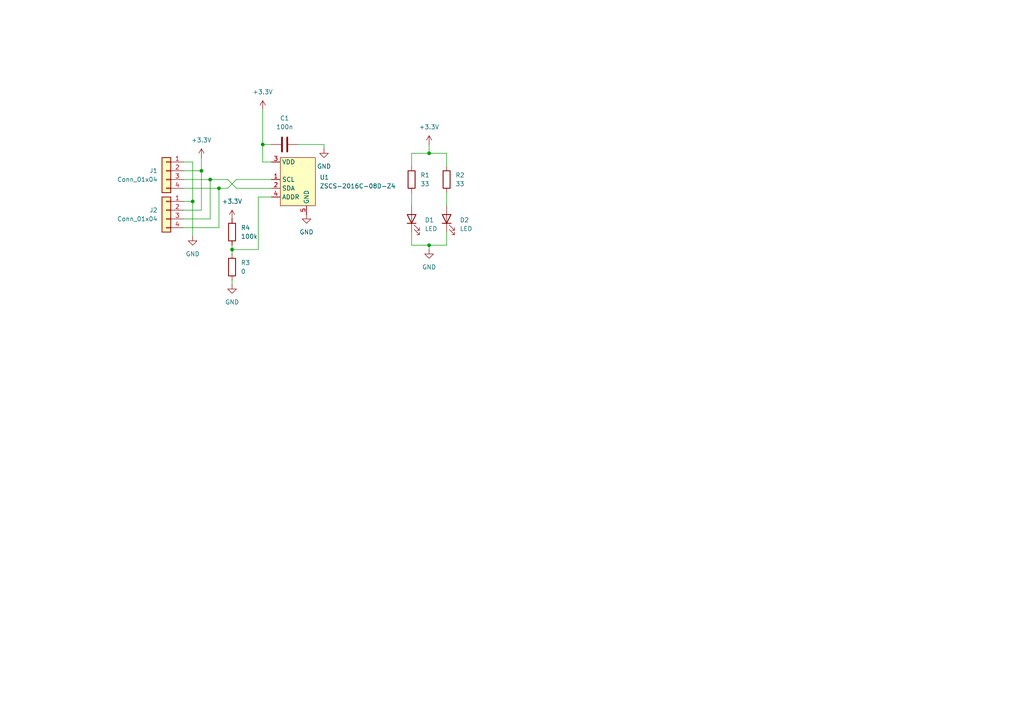
<source format=kicad_sch>
(kicad_sch (version 20250114) (generator "eeschema") (generator_version "9.0")
  (paper "A4")
  (lib_symbols
    (symbol "Connector_Generic:Conn_01x04" (pin_names (offset 1.016) (hide yes))
      (property "Reference" "J" (at 0 5.08 0))
      (property "Value" "Conn_01x04" (at 0 -7.62 0))
      (symbol "Conn_01x04_1_1"
        (rectangle (start -1.27 3.81) (end 1.27 -6.35) (stroke (width 0.254)) (fill (type background)))
        (rectangle (start -1.27 2.667) (end 0 2.413) (stroke (width 0.1524)))
        (rectangle (start -1.27 0.127) (end 0 -0.127) (stroke (width 0.1524)))
        (rectangle (start -1.27 -2.413) (end 0 -2.667) (stroke (width 0.1524)))
        (rectangle (start -1.27 -4.953) (end 0 -5.207) (stroke (width 0.1524)))
        (pin passive line (at -5.08 2.54 0) (length 3.81) (name "Pin_1") (number "1"))
        (pin passive line (at -5.08 0 0) (length 3.81) (name "Pin_2") (number "2"))
        (pin passive line (at -5.08 -2.54 0) (length 3.81) (name "Pin_3") (number "3"))
        (pin passive line (at -5.08 -5.08 0) (length 3.81) (name "Pin_4") (number "4"))
      )
    )
    (symbol "Device:C" (pin_numbers (hide yes)) (pin_names (offset 0.254))
      (property "Reference" "C" (at 0.635 2.54 0))
      (property "Value" "C" (at 0.635 -2.54 0))
      (symbol "C_0_1"
        (polyline (pts (xy -2.032 0.762) (xy 2.032 0.762)) (stroke (width 0.508)))
        (polyline (pts (xy -2.032 -0.762) (xy 2.032 -0.762)) (stroke (width 0.508)))
      )
      (symbol "C_1_1"
        (pin passive line (at 0 3.81 270) (length 2.794) (name "~") (number "1"))
        (pin passive line (at 0 -3.81 90) (length 2.794) (name "~") (number "2"))
      )
    )
    (symbol "Device:LED" (pin_numbers (hide yes)) (pin_names (offset 1.016) (hide yes))
      (property "Reference" "D" (at 0 2.54 0))
      (property "Value" "LED" (at 0 -2.54 0))
      (symbol "LED_0_1"
        (polyline (pts (xy -3.048 -0.762) (xy -4.572 -2.286) (xy -3.81 -2.286) (xy -4.572 -2.286) (xy -4.572 -1.524)))
        (polyline (pts (xy -1.778 -0.762) (xy -3.302 -2.286) (xy -2.54 -2.286) (xy -3.302 -2.286) (xy -3.302 -1.524)))
        (polyline (pts (xy -1.27 0) (xy 1.27 0)))
        (polyline (pts (xy -1.27 -1.27) (xy -1.27 1.27)) (stroke (width 0.254)))
        (polyline (pts (xy 1.27 -1.27) (xy 1.27 1.27) (xy -1.27 0) (xy 1.27 -1.27)) (stroke (width 0.254)))
      )
      (symbol "LED_1_1"
        (pin passive line (at -3.81 0 0) (length 2.54) (name "K") (number "1"))
        (pin passive line (at 3.81 0 180) (length 2.54) (name "A") (number "2"))
      )
    )
    (symbol "Device:R" (pin_numbers (hide yes)) (pin_names (offset 0))
      (property "Reference" "R" (at 2.032 0 90))
      (property "Value" "R" (at 0 0 90))
      (symbol "R_0_1"
        (rectangle (start -1.016 -2.54) (end 1.016 2.54) (stroke (width 0.254)))
      )
      (symbol "R_1_1"
        (pin passive line (at 0 3.81 270) (length 1.27) (name "~") (number "1"))
        (pin passive line (at 0 -3.81 90) (length 1.27) (name "~") (number "2"))
      )
    )
    (symbol "RKL-Sensors:ZSCS-2016C-08D-Z4"
      (property "Reference" "U" (at 0 4.445 0))
      (property "Value" "ZSCS-2016C-08D-Z4" (at 0 1.905 0))
      (symbol "ZSCS-2016C-08D-Z4_1_1"
        (rectangle (start -5.08 0) (end 5.08 -13.97) (fill (type background)))
        (pin power_in line (at -7.62 -1.27 0) (length 2.54) (name "VDD") (number "3"))
        (pin input line (at -7.62 -6.35 0) (length 2.54) (name "SCL") (number "1"))
        (pin bidirectional line (at -7.62 -8.89 0) (length 2.54) (name "SDA") (number "2"))
        (pin input line (at -7.62 -11.43 0) (length 2.54) (name "ADDR") (number "4"))
        (pin power_in line (at 2.54 -16.51 90) (length 2.54) (name "GND") (number "5"))
      )
    )
    (symbol "power:+3.3V" (power) (pin_numbers (hide yes)) (pin_names (offset 0) (hide yes))
      (property "Value" "+3.3V" (at 0 3.556 0))
      (symbol "+3.3V_0_1"
        (polyline (pts (xy -0.762 1.27) (xy 0 2.54)))
        (polyline (pts (xy 0 2.54) (xy 0.762 1.27)))
        (polyline (pts (xy 0 0) (xy 0 2.54)))
      )
      (symbol "+3.3V_1_1"
        (pin power_in line (at 0 0 90) (length 0) (name "~") (number "1"))
      )
    )
    (symbol "power:GND" (power) (pin_numbers (hide yes)) (pin_names (offset 0) (hide yes))
      (property "Value" "GND" (at 0 -3.81 0))
      (symbol "GND_0_1"
        (polyline (pts (xy 0 0) (xy 0 -1.27) (xy 1.27 -1.27) (xy 0 -2.54) (xy -1.27 -1.27) (xy 0 -1.27)))
      )
      (symbol "GND_1_1"
        (pin power_in line (at 0 0 270) (length 0) (name "~") (number "1"))
      )
    )
  )
  (junction (at 60.96 52.07))
  (junction (at 55.88 58.42))
  (junction (at 76.2 41.91))
  (junction (at 63.5 54.61))
  (junction (at 67.31 72.39))
  (junction (at 124.46 71.12))
  (junction (at 124.46 44.45))
  (junction (at 58.42 49.53))
  (wire (pts (xy 66.04 52.07) (xy 68.58 54.61)))
  (wire (pts (xy 53.34 49.53) (xy 58.42 49.53)))
  (wire (pts (xy 124.46 41.91) (xy 124.46 44.45)))
  (wire (pts (xy 63.5 54.61) (xy 66.04 54.61)))
  (wire (pts (xy 68.58 52.07) (xy 78.74 52.07)))
  (wire (pts (xy 78.74 54.61) (xy 68.58 54.61)))
  (wire (pts (xy 60.96 52.07) (xy 53.34 52.07)))
  (wire (pts (xy 119.38 67.31) (xy 119.38 71.12)))
  (wire (pts (xy 129.54 67.31) (xy 129.54 71.12)))
  (wire (pts (xy 63.5 66.04) (xy 53.34 66.04)))
  (wire (pts (xy 53.34 58.42) (xy 55.88 58.42)))
  (wire (pts (xy 129.54 48.26) (xy 129.54 44.45)))
  (wire (pts (xy 93.98 43.18) (xy 93.98 41.91)))
  (wire (pts (xy 74.93 57.15) (xy 78.74 57.15)))
  (wire (pts (xy 74.93 72.39) (xy 74.93 57.15)))
  (wire (pts (xy 129.54 55.88) (xy 129.54 59.69)))
  (wire (pts (xy 119.38 55.88) (xy 119.38 59.69)))
  (wire (pts (xy 66.04 52.07) (xy 60.96 52.07)))
  (wire (pts (xy 86.36 41.91) (xy 93.98 41.91)))
  (wire (pts (xy 67.31 73.66) (xy 67.31 72.39)))
  (wire (pts (xy 119.38 44.45) (xy 124.46 44.45)))
  (wire (pts (xy 53.34 54.61) (xy 63.5 54.61)))
  (wire (pts (xy 67.31 72.39) (xy 67.31 71.12)))
  (wire (pts (xy 119.38 71.12) (xy 124.46 71.12)))
  (wire (pts (xy 55.88 46.99) (xy 55.88 58.42)))
  (wire (pts (xy 53.34 46.99) (xy 55.88 46.99)))
  (wire (pts (xy 58.42 49.53) (xy 58.42 60.96)))
  (wire (pts (xy 60.96 63.5) (xy 53.34 63.5)))
  (wire (pts (xy 55.88 58.42) (xy 55.88 68.58)))
  (wire (pts (xy 67.31 72.39) (xy 74.93 72.39)))
  (wire (pts (xy 124.46 71.12) (xy 124.46 72.39)))
  (wire (pts (xy 63.5 54.61) (xy 63.5 66.04)))
  (wire (pts (xy 129.54 44.45) (xy 124.46 44.45)))
  (wire (pts (xy 76.2 31.75) (xy 76.2 41.91)))
  (wire (pts (xy 76.2 41.91) (xy 78.74 41.91)))
  (wire (pts (xy 76.2 41.91) (xy 76.2 46.99)))
  (wire (pts (xy 67.31 82.55) (xy 67.31 81.28)))
  (wire (pts (xy 66.04 54.61) (xy 68.58 52.07)))
  (wire (pts (xy 58.42 45.72) (xy 58.42 49.53)))
  (wire (pts (xy 53.34 60.96) (xy 58.42 60.96)))
  (wire (pts (xy 60.96 52.07) (xy 60.96 63.5)))
  (wire (pts (xy 119.38 44.45) (xy 119.38 48.26)))
  (wire (pts (xy 124.46 71.12) (xy 129.54 71.12)))
  (wire (pts (xy 76.2 46.99) (xy 78.74 46.99)))
  (symbol (lib_id "power:GND") (at 67.31 82.55 0) (unit 1)
    (property "Reference" "#PWR05" (effects (hide yes)))
    (property "Value" "GND" (at 67.31 87.63 0))
    (property "Description" "Power symbol creates a global label with name \"GND\" , ground" (effects (hide yes)))
  )
  (symbol (lib_id "Device:C") (at 82.55 41.91 90) (unit 1)
    (property "Reference" "C1" (at 82.55 34.29 90))
    (property "Value" "100n" (at 82.55 36.83 90))
    (property "Footprint" "Capacitor_SMD:C_0402_1005Metric" (effects (hide yes)))
    (property "Description" "Unpolarized capacitor" (effects (hide yes)))
    (property "LCSC" "C1525" (effects (hide yes)))
  )
  (symbol (lib_id "Device:LED") (at 129.54 63.5 90) (unit 1)
    (property "Reference" "D2" (at 133.35 63.8174 90) (effects (justify right)))
    (property "Value" "LED" (at 133.35 66.3574 90) (effects (justify right)))
    (property "Footprint" "RKL-LED:XL-3014UWC-02" (effects (hide yes)))
    (property "Description" "Light emitting diode" (effects (hide yes)))
    (property "Sim.Pins" "1=K 2=A" (effects (hide yes)))
    (property "LCSC" "C2843791" (effects (hide yes)))
  )
  (symbol (lib_id "Device:R") (at 67.31 67.31 180) (unit 1)
    (property "Reference" "R4" (at 69.85 66.0399 0) (effects (justify right)))
    (property "Value" "100k" (at 69.85 68.5799 0) (effects (justify right)))
    (property "Footprint" "Resistor_SMD:R_0603_1608Metric_Pad0.98x0.95mm_HandSolder" (effects (hide yes)))
    (property "Description" "Resistor" (effects (hide yes)))
    (property "LCSC" "C2907088" (effects (hide yes)))
  )
  (symbol (lib_id "Device:LED") (at 119.38 63.5 90) (unit 1)
    (property "Reference" "D1" (at 123.19 63.8174 90) (effects (justify right)))
    (property "Value" "LED" (at 123.19 66.3574 90) (effects (justify right)))
    (property "Footprint" "RKL-LED:XL-3014UWC-02" (effects (hide yes)))
    (property "Description" "Light emitting diode" (effects (hide yes)))
    (property "Sim.Pins" "1=K 2=A" (effects (hide yes)))
    (property "LCSC" "C2843791" (effects (hide yes)))
  )
  (symbol (lib_id "RKL-Sensors:ZSCS-2016C-08D-Z4") (at 86.36 45.72 0) (unit 1)
    (property "Reference" "U1" (at 92.71 51.4349 0) (effects (justify left)))
    (property "Value" "ZSCS-2016C-08D-Z4" (at 92.71 53.9749 0) (effects (justify left)))
    (property "Footprint" "RKL-SpecialModules:ZSCS-2016C-08D-Z4" (effects (hide yes)))
    (property "Datasheet" "https://www.lcsc.com/datasheet/lcsc_datasheet_2410121442_Chau-Light-ZSCS-2016C-08D-Z4_C5337482.pdf" (effects (hide yes)))
    (property "LCSC" "C5337482" (effects (hide yes)))
  )
  (symbol (lib_id "Connector_Generic:Conn_01x04") (at 48.26 49.53 0) (mirror y) (unit 1)
    (property "Reference" "J1" (at 45.72 49.5299 0) (effects (justify left)))
    (property "Value" "Conn_01x04" (at 45.72 52.0699 0) (effects (justify left)))
    (property "Footprint" "Connector_JST:JST_SH_BM04B-SRSS-TB_1x04-1MP_P1.00mm_Vertical" (effects (hide yes)))
    (property "LCSC" "C7433440" (effects (hide yes)))
  )
  (symbol (lib_id "power:GND") (at 93.98 43.18 0) (unit 1)
    (property "Reference" "#PWR06" (effects (hide yes)))
    (property "Value" "GND" (at 93.98 48.26 0))
    (property "Description" "Power symbol creates a global label with name \"GND\" , ground" (effects (hide yes)))
  )
  (symbol (lib_id "Connector_Generic:Conn_01x04") (at 48.26 60.96 0) (mirror y) (unit 1)
    (property "Reference" "J2" (at 45.72 60.9599 0) (effects (justify left)))
    (property "Value" "Conn_01x04" (at 45.72 63.4999 0) (effects (justify left)))
    (property "Footprint" "Connector_JST:JST_SH_BM04B-SRSS-TB_1x04-1MP_P1.00mm_Vertical" (effects (hide yes)))
    (property "LCSC" "C7433440" (effects (hide yes)))
  )
  (symbol (lib_id "power:+3.3V") (at 58.42 45.72 0) (unit 1)
    (property "Reference" "#PWR04" (effects (hide yes)))
    (property "Value" "+3.3V" (at 58.42 40.64 0))
    (property "Description" "Power symbol creates a global label with name \"+3.3V\"" (effects (hide yes)))
  )
  (symbol (lib_id "power:GND") (at 124.46 72.39 0) (unit 1)
    (property "Reference" "#PWR08" (effects (hide yes)))
    (property "Value" "GND" (at 124.46 77.47 0))
    (property "Description" "Power symbol creates a global label with name \"GND\" , ground" (effects (hide yes)))
  )
  (symbol (lib_id "power:GND") (at 88.9 62.23 0) (unit 1)
    (property "Reference" "#PWR03" (effects (hide yes)))
    (property "Value" "GND" (at 88.9 67.31 0))
    (property "Description" "Power symbol creates a global label with name \"GND\" , ground" (effects (hide yes)))
  )
  (symbol (lib_id "Device:R") (at 129.54 52.07 0) (unit 1)
    (property "Reference" "R2" (at 132.08 50.7999 0) (effects (justify left)))
    (property "Value" "33" (at 132.08 53.3399 0) (effects (justify left)))
    (property "Footprint" "Resistor_SMD:R_0603_1608Metric" (effects (hide yes)))
    (property "Description" "Resistor" (effects (hide yes)))
    (property "LCSC" "C23140" (effects (hide yes)))
  )
  (symbol (lib_id "power:+3.3V") (at 67.31 63.5 0) (unit 1)
    (property "Reference" "#PWR09" (effects (hide yes)))
    (property "Value" "+3.3V" (at 67.31 58.42 0))
    (property "Description" "Power symbol creates a global label with name \"+3.3V\"" (effects (hide yes)))
  )
  (symbol (lib_id "Device:R") (at 67.31 77.47 180) (unit 1)
    (property "Reference" "R3" (at 69.85 76.1999 0) (effects (justify right)))
    (property "Value" "0" (at 69.85 78.7399 0) (effects (justify right)))
    (property "Footprint" "Resistor_SMD:R_0603_1608Metric_Pad0.98x0.95mm_HandSolder" (effects (hide yes)))
    (property "Description" "Resistor" (effects (hide yes)))
    (property "LCSC" "C2907080" (effects (hide yes)))
  )
  (symbol (lib_id "power:+3.3V") (at 124.46 41.91 0) (unit 1)
    (property "Reference" "#PWR07" (effects (hide yes)))
    (property "Value" "+3.3V" (at 124.46 36.83 0))
    (property "Description" "Power symbol creates a global label with name \"+3.3V\"" (effects (hide yes)))
  )
  (symbol (lib_id "power:GND") (at 55.88 68.58 0) (unit 1)
    (property "Reference" "#PWR01" (effects (hide yes)))
    (property "Value" "GND" (at 55.88 73.66 0))
    (property "Description" "Power symbol creates a global label with name \"GND\" , ground" (effects (hide yes)))
  )
  (symbol (lib_id "Device:R") (at 119.38 52.07 0) (unit 1)
    (property "Reference" "R1" (at 121.92 50.7999 0) (effects (justify left)))
    (property "Value" "33" (at 121.92 53.3399 0) (effects (justify left)))
    (property "Footprint" "Resistor_SMD:R_0603_1608Metric" (effects (hide yes)))
    (property "Description" "Resistor" (effects (hide yes)))
    (property "LCSC" "C23140" (effects (hide yes)))
  )
  (symbol (lib_id "power:+3.3V") (at 76.2 31.75 0) (unit 1)
    (property "Reference" "#PWR02" (effects (hide yes)))
    (property "Value" "+3.3V" (at 76.2 26.67 0))
    (property "Description" "Power symbol creates a global label with name \"+3.3V\"" (effects (hide yes)))
  )
)
</source>
